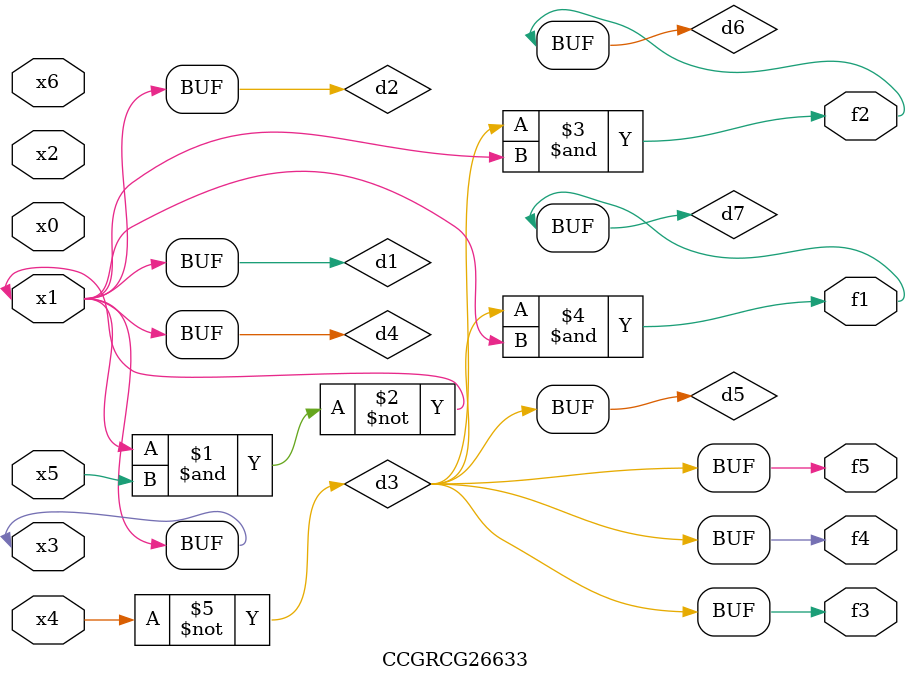
<source format=v>
module CCGRCG26633(
	input x0, x1, x2, x3, x4, x5, x6,
	output f1, f2, f3, f4, f5
);

	wire d1, d2, d3, d4, d5, d6, d7;

	buf (d1, x1, x3);
	nand (d2, x1, x5);
	not (d3, x4);
	buf (d4, d1, d2);
	buf (d5, d3);
	and (d6, d3, d4);
	and (d7, d3, d4);
	assign f1 = d7;
	assign f2 = d6;
	assign f3 = d5;
	assign f4 = d5;
	assign f5 = d5;
endmodule

</source>
